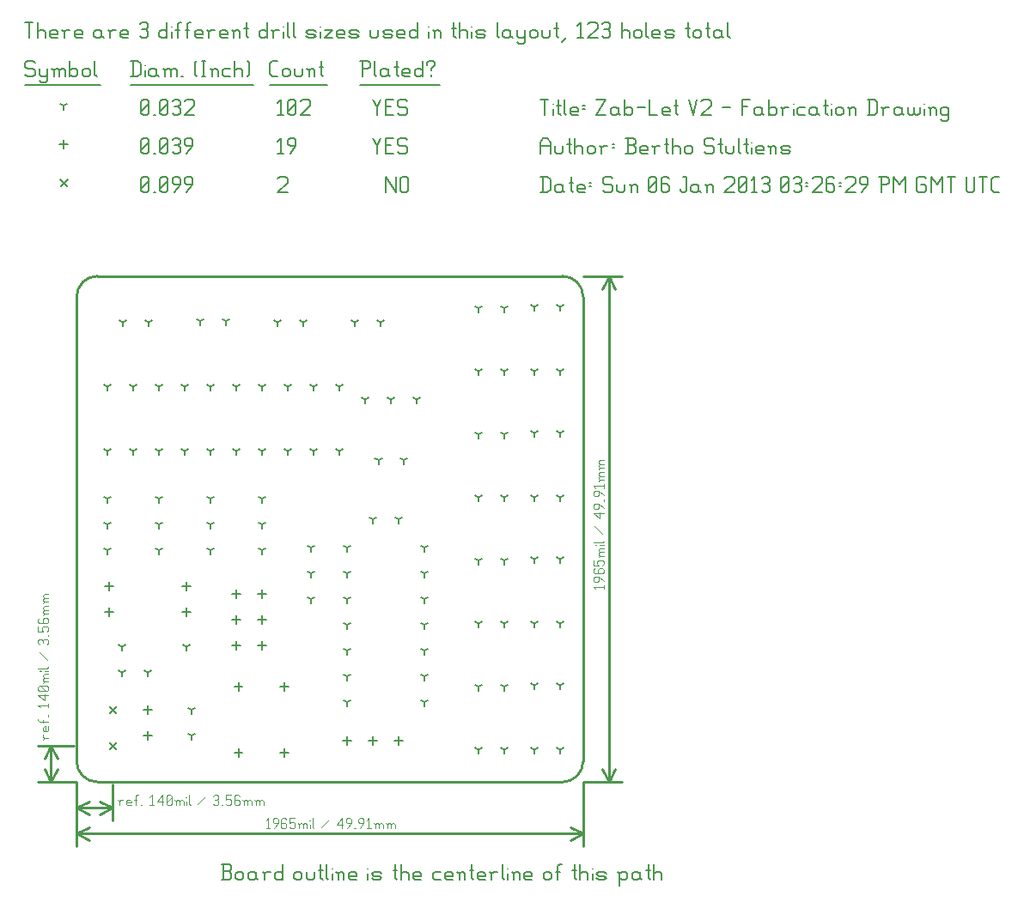
<source format=gbr>
G04 start of page 11 for group -3984 idx -3984 *
G04 Title: Zab-Let V2, fab *
G04 Creator: pcb 20110918 *
G04 CreationDate: Sun 06 Jan 2013 03:26:29 PM GMT UTC *
G04 For: bertho *
G04 Format: Gerber/RS-274X *
G04 PCB-Dimensions: 325000 235000 *
G04 PCB-Coordinate-Origin: lower left *
%MOIN*%
%FSLAX25Y25*%
%LNFAB*%
%ADD594C,0.0050*%
%ADD593C,0.0040*%
%ADD592C,0.0100*%
%ADD591C,0.0075*%
%ADD590C,0.0060*%
%ADD589C,0.0001*%
G54D589*G36*
X32800Y58266D02*X35766Y55300D01*
X35200Y54734D01*
X32234Y57700D01*
X32800Y58266D01*
G37*
G36*
X32234Y55300D02*X35200Y58266D01*
X35766Y57700D01*
X32800Y54734D01*
X32234Y55300D01*
G37*
G36*
X32800Y44266D02*X35766Y41300D01*
X35200Y40734D01*
X32234Y43700D01*
X32800Y44266D01*
G37*
G36*
X32234Y41300D02*X35200Y44266D01*
X35766Y43700D01*
X32800Y40734D01*
X32234Y41300D01*
G37*
G36*
X13800Y263016D02*X16766Y260050D01*
X16200Y259484D01*
X13234Y262450D01*
X13800Y263016D01*
G37*
G36*
X13234Y260050D02*X16200Y263016D01*
X16766Y262450D01*
X13800Y259484D01*
X13234Y260050D01*
G37*
G54D590*X140000Y263500D02*Y257500D01*
Y263500D02*X143750Y257500D01*
Y263500D02*Y257500D01*
X145550Y262750D02*Y258250D01*
Y262750D02*X146300Y263500D01*
X147800D01*
X148550Y262750D01*
Y258250D01*
X147800Y257500D02*X148550Y258250D01*
X146300Y257500D02*X147800D01*
X145550Y258250D02*X146300Y257500D01*
X98000Y262750D02*X98750Y263500D01*
X101000D01*
X101750Y262750D01*
Y261250D01*
X98000Y257500D02*X101750Y261250D01*
X98000Y257500D02*X101750D01*
X45000Y258250D02*X45750Y257500D01*
X45000Y262750D02*Y258250D01*
Y262750D02*X45750Y263500D01*
X47250D01*
X48000Y262750D01*
Y258250D01*
X47250Y257500D02*X48000Y258250D01*
X45750Y257500D02*X47250D01*
X45000Y259000D02*X48000Y262000D01*
X49800Y257500D02*X50550D01*
X52350Y258250D02*X53100Y257500D01*
X52350Y262750D02*Y258250D01*
Y262750D02*X53100Y263500D01*
X54600D01*
X55350Y262750D01*
Y258250D01*
X54600Y257500D02*X55350Y258250D01*
X53100Y257500D02*X54600D01*
X52350Y259000D02*X55350Y262000D01*
X57900Y257500D02*X60150Y260500D01*
Y262750D02*Y260500D01*
X59400Y263500D02*X60150Y262750D01*
X57900Y263500D02*X59400D01*
X57150Y262750D02*X57900Y263500D01*
X57150Y262750D02*Y261250D01*
X57900Y260500D01*
X60150D01*
X62700Y257500D02*X64950Y260500D01*
Y262750D02*Y260500D01*
X64200Y263500D02*X64950Y262750D01*
X62700Y263500D02*X64200D01*
X61950Y262750D02*X62700Y263500D01*
X61950Y262750D02*Y261250D01*
X62700Y260500D01*
X64950D01*
X32500Y96100D02*Y92900D01*
X30900Y94500D02*X34100D01*
X32500Y106100D02*Y102900D01*
X30900Y104500D02*X34100D01*
X62500Y96100D02*Y92900D01*
X60900Y94500D02*X64100D01*
X62500Y106100D02*Y102900D01*
X60900Y104500D02*X64100D01*
X92000Y83100D02*Y79900D01*
X90400Y81500D02*X93600D01*
X82000Y83100D02*Y79900D01*
X80400Y81500D02*X83600D01*
X92000Y93100D02*Y89900D01*
X90400Y91500D02*X93600D01*
X82000Y93100D02*Y89900D01*
X80400Y91500D02*X83600D01*
X92000Y103100D02*Y99900D01*
X90400Y101500D02*X93600D01*
X82000Y103100D02*Y99900D01*
X80400Y101500D02*X83600D01*
X47500Y58100D02*Y54900D01*
X45900Y56500D02*X49100D01*
X47500Y48100D02*Y44900D01*
X45900Y46500D02*X49100D01*
X100500Y67100D02*Y63900D01*
X98900Y65500D02*X102100D01*
X82800Y67100D02*Y63900D01*
X81200Y65500D02*X84400D01*
X100500Y41500D02*Y38300D01*
X98900Y39900D02*X102100D01*
X82800Y41500D02*Y38300D01*
X81200Y39900D02*X84400D01*
X145000Y46100D02*Y42900D01*
X143400Y44500D02*X146600D01*
X135000Y46100D02*Y42900D01*
X133400Y44500D02*X136600D01*
X125000Y46100D02*Y42900D01*
X123400Y44500D02*X126600D01*
X15000Y277850D02*Y274650D01*
X13400Y276250D02*X16600D01*
X135000Y278500D02*X136500Y275500D01*
X138000Y278500D01*
X136500Y275500D02*Y272500D01*
X139800Y275800D02*X142050D01*
X139800Y272500D02*X142800D01*
X139800Y278500D02*Y272500D01*
Y278500D02*X142800D01*
X147600D02*X148350Y277750D01*
X145350Y278500D02*X147600D01*
X144600Y277750D02*X145350Y278500D01*
X144600Y277750D02*Y276250D01*
X145350Y275500D01*
X147600D01*
X148350Y274750D01*
Y273250D01*
X147600Y272500D02*X148350Y273250D01*
X145350Y272500D02*X147600D01*
X144600Y273250D02*X145350Y272500D01*
X98000Y277300D02*X99200Y278500D01*
Y272500D01*
X98000D02*X100250D01*
X102800D02*X105050Y275500D01*
Y277750D02*Y275500D01*
X104300Y278500D02*X105050Y277750D01*
X102800Y278500D02*X104300D01*
X102050Y277750D02*X102800Y278500D01*
X102050Y277750D02*Y276250D01*
X102800Y275500D01*
X105050D01*
X45000Y273250D02*X45750Y272500D01*
X45000Y277750D02*Y273250D01*
Y277750D02*X45750Y278500D01*
X47250D01*
X48000Y277750D01*
Y273250D01*
X47250Y272500D02*X48000Y273250D01*
X45750Y272500D02*X47250D01*
X45000Y274000D02*X48000Y277000D01*
X49800Y272500D02*X50550D01*
X52350Y273250D02*X53100Y272500D01*
X52350Y277750D02*Y273250D01*
Y277750D02*X53100Y278500D01*
X54600D01*
X55350Y277750D01*
Y273250D01*
X54600Y272500D02*X55350Y273250D01*
X53100Y272500D02*X54600D01*
X52350Y274000D02*X55350Y277000D01*
X57150Y277750D02*X57900Y278500D01*
X59400D01*
X60150Y277750D01*
X59400Y272500D02*X60150Y273250D01*
X57900Y272500D02*X59400D01*
X57150Y273250D02*X57900Y272500D01*
Y275800D02*X59400D01*
X60150Y277750D02*Y276550D01*
Y275050D02*Y273250D01*
Y275050D02*X59400Y275800D01*
X60150Y276550D02*X59400Y275800D01*
X62700Y272500D02*X64950Y275500D01*
Y277750D02*Y275500D01*
X64200Y278500D02*X64950Y277750D01*
X62700Y278500D02*X64200D01*
X61950Y277750D02*X62700Y278500D01*
X61950Y277750D02*Y276250D01*
X62700Y275500D01*
X64950D01*
X128000Y207000D02*Y205400D01*
Y207000D02*X129387Y207800D01*
X128000Y207000D02*X126613Y207800D01*
X138000Y207000D02*Y205400D01*
Y207000D02*X139387Y207800D01*
X138000Y207000D02*X136613Y207800D01*
X98000Y207000D02*Y205400D01*
Y207000D02*X99387Y207800D01*
X98000Y207000D02*X96613Y207800D01*
X108000Y207000D02*Y205400D01*
Y207000D02*X109387Y207800D01*
X108000Y207000D02*X106613Y207800D01*
X68000Y207500D02*Y205900D01*
Y207500D02*X69387Y208300D01*
X68000Y207500D02*X66613Y208300D01*
X78000Y207500D02*Y205900D01*
Y207500D02*X79387Y208300D01*
X78000Y207500D02*X76613Y208300D01*
X38000Y207000D02*Y205400D01*
Y207000D02*X39387Y207800D01*
X38000Y207000D02*X36613Y207800D01*
X48000Y207000D02*Y205400D01*
Y207000D02*X49387Y207800D01*
X48000Y207000D02*X46613Y207800D01*
X37500Y81000D02*Y79400D01*
Y81000D02*X38887Y81800D01*
X37500Y81000D02*X36113Y81800D01*
X62500Y81000D02*Y79400D01*
Y81000D02*X63887Y81800D01*
X62500Y81000D02*X61113Y81800D01*
X37500Y71000D02*Y69400D01*
Y71000D02*X38887Y71800D01*
X37500Y71000D02*X36113Y71800D01*
X47500Y71000D02*Y69400D01*
Y71000D02*X48887Y71800D01*
X47500Y71000D02*X46113Y71800D01*
X64500Y56421D02*Y54821D01*
Y56421D02*X65887Y57221D01*
X64500Y56421D02*X63113Y57221D01*
X64500Y46579D02*Y44979D01*
Y46579D02*X65887Y47379D01*
X64500Y46579D02*X63113Y47379D01*
X92000Y118500D02*Y116900D01*
Y118500D02*X93387Y119300D01*
X92000Y118500D02*X90613Y119300D01*
X92000Y128500D02*Y126900D01*
Y128500D02*X93387Y129300D01*
X92000Y128500D02*X90613Y129300D01*
X92000Y138500D02*Y136900D01*
Y138500D02*X93387Y139300D01*
X92000Y138500D02*X90613Y139300D01*
X72000Y118500D02*Y116900D01*
Y118500D02*X73387Y119300D01*
X72000Y118500D02*X70613Y119300D01*
X72000Y128500D02*Y126900D01*
Y128500D02*X73387Y129300D01*
X72000Y128500D02*X70613Y129300D01*
X72000Y138500D02*Y136900D01*
Y138500D02*X73387Y139300D01*
X72000Y138500D02*X70613Y139300D01*
X52000Y118500D02*Y116900D01*
Y118500D02*X53387Y119300D01*
X52000Y118500D02*X50613Y119300D01*
X52000Y128500D02*Y126900D01*
Y128500D02*X53387Y129300D01*
X52000Y128500D02*X50613Y129300D01*
X52000Y138500D02*Y136900D01*
Y138500D02*X53387Y139300D01*
X52000Y138500D02*X50613Y139300D01*
X152000Y177000D02*Y175400D01*
Y177000D02*X153387Y177800D01*
X152000Y177000D02*X150613Y177800D01*
X142000Y177000D02*Y175400D01*
Y177000D02*X143387Y177800D01*
X142000Y177000D02*X140613Y177800D01*
X132000Y177000D02*Y175400D01*
Y177000D02*X133387Y177800D01*
X132000Y177000D02*X130613Y177800D01*
X32000Y118500D02*Y116900D01*
Y118500D02*X33387Y119300D01*
X32000Y118500D02*X30613Y119300D01*
X32000Y128500D02*Y126900D01*
Y128500D02*X33387Y129300D01*
X32000Y128500D02*X30613Y129300D01*
X32000Y138500D02*Y136900D01*
Y138500D02*X33387Y139300D01*
X32000Y138500D02*X30613Y139300D01*
X112000Y182000D02*Y180400D01*
Y182000D02*X113387Y182800D01*
X112000Y182000D02*X110613Y182800D01*
X112000Y157000D02*Y155400D01*
Y157000D02*X113387Y157800D01*
X112000Y157000D02*X110613Y157800D01*
X122000Y182000D02*Y180400D01*
Y182000D02*X123387Y182800D01*
X122000Y182000D02*X120613Y182800D01*
X122000Y157000D02*Y155400D01*
Y157000D02*X123387Y157800D01*
X122000Y157000D02*X120613Y157800D01*
X102000Y157000D02*Y155400D01*
Y157000D02*X103387Y157800D01*
X102000Y157000D02*X100613Y157800D01*
X102000Y182000D02*Y180400D01*
Y182000D02*X103387Y182800D01*
X102000Y182000D02*X100613Y182800D01*
X82000Y157000D02*Y155400D01*
Y157000D02*X83387Y157800D01*
X82000Y157000D02*X80613Y157800D01*
X82000Y182000D02*Y180400D01*
Y182000D02*X83387Y182800D01*
X82000Y182000D02*X80613Y182800D01*
X92000Y157000D02*Y155400D01*
Y157000D02*X93387Y157800D01*
X92000Y157000D02*X90613Y157800D01*
X92000Y182000D02*Y180400D01*
Y182000D02*X93387Y182800D01*
X92000Y182000D02*X90613Y182800D01*
X72000Y157000D02*Y155400D01*
Y157000D02*X73387Y157800D01*
X72000Y157000D02*X70613Y157800D01*
X72000Y182000D02*Y180400D01*
Y182000D02*X73387Y182800D01*
X72000Y182000D02*X70613Y182800D01*
X62000Y157000D02*Y155400D01*
Y157000D02*X63387Y157800D01*
X62000Y157000D02*X60613Y157800D01*
X62000Y182000D02*Y180400D01*
Y182000D02*X63387Y182800D01*
X62000Y182000D02*X60613Y182800D01*
X42000Y157000D02*Y155400D01*
Y157000D02*X43387Y157800D01*
X42000Y157000D02*X40613Y157800D01*
X42000Y182000D02*Y180400D01*
Y182000D02*X43387Y182800D01*
X42000Y182000D02*X40613Y182800D01*
X52000Y157000D02*Y155400D01*
Y157000D02*X53387Y157800D01*
X52000Y157000D02*X50613Y157800D01*
X52000Y182000D02*Y180400D01*
Y182000D02*X53387Y182800D01*
X52000Y182000D02*X50613Y182800D01*
X32000Y157000D02*Y155400D01*
Y157000D02*X33387Y157800D01*
X32000Y157000D02*X30613Y157800D01*
X32000Y182000D02*Y180400D01*
Y182000D02*X33387Y182800D01*
X32000Y182000D02*X30613Y182800D01*
X111000Y99500D02*Y97900D01*
Y99500D02*X112387Y100300D01*
X111000Y99500D02*X109613Y100300D01*
X111000Y109500D02*Y107900D01*
Y109500D02*X112387Y110300D01*
X111000Y109500D02*X109613Y110300D01*
X111000Y119500D02*Y117900D01*
Y119500D02*X112387Y120300D01*
X111000Y119500D02*X109613Y120300D01*
X135000Y130500D02*Y128900D01*
Y130500D02*X136387Y131300D01*
X135000Y130500D02*X133613Y131300D01*
X145000Y130500D02*Y128900D01*
Y130500D02*X146387Y131300D01*
X145000Y130500D02*X143613Y131300D01*
X125000Y119500D02*Y117900D01*
Y119500D02*X126387Y120300D01*
X125000Y119500D02*X123613Y120300D01*
X125000Y109500D02*Y107900D01*
Y109500D02*X126387Y110300D01*
X125000Y109500D02*X123613Y110300D01*
X125000Y99500D02*Y97900D01*
Y99500D02*X126387Y100300D01*
X125000Y99500D02*X123613Y100300D01*
X125000Y89500D02*Y87900D01*
Y89500D02*X126387Y90300D01*
X125000Y89500D02*X123613Y90300D01*
X125000Y79500D02*Y77900D01*
Y79500D02*X126387Y80300D01*
X125000Y79500D02*X123613Y80300D01*
X125000Y69500D02*Y67900D01*
Y69500D02*X126387Y70300D01*
X125000Y69500D02*X123613Y70300D01*
X125000Y59500D02*Y57900D01*
Y59500D02*X126387Y60300D01*
X125000Y59500D02*X123613Y60300D01*
X155000Y59500D02*Y57900D01*
Y59500D02*X156387Y60300D01*
X155000Y59500D02*X153613Y60300D01*
X155000Y69500D02*Y67900D01*
Y69500D02*X156387Y70300D01*
X155000Y69500D02*X153613Y70300D01*
X155000Y79500D02*Y77900D01*
Y79500D02*X156387Y80300D01*
X155000Y79500D02*X153613Y80300D01*
X155000Y89500D02*Y87900D01*
Y89500D02*X156387Y90300D01*
X155000Y89500D02*X153613Y90300D01*
X155000Y99500D02*Y97900D01*
Y99500D02*X156387Y100300D01*
X155000Y99500D02*X153613Y100300D01*
X155000Y109500D02*Y107900D01*
Y109500D02*X156387Y110300D01*
X155000Y109500D02*X153613Y110300D01*
X155000Y119500D02*Y117900D01*
Y119500D02*X156387Y120300D01*
X155000Y119500D02*X153613Y120300D01*
X146921Y153500D02*Y151900D01*
Y153500D02*X148308Y154300D01*
X146921Y153500D02*X145534Y154300D01*
X137079Y153500D02*Y151900D01*
Y153500D02*X138466Y154300D01*
X137079Y153500D02*X135692Y154300D01*
X176000Y41000D02*Y39400D01*
Y41000D02*X177387Y41800D01*
X176000Y41000D02*X174613Y41800D01*
X186000Y41000D02*Y39400D01*
Y41000D02*X187387Y41800D01*
X186000Y41000D02*X184613Y41800D01*
X176000Y65500D02*Y63900D01*
Y65500D02*X177387Y66300D01*
X176000Y65500D02*X174613Y66300D01*
X186000Y65500D02*Y63900D01*
Y65500D02*X187387Y66300D01*
X186000Y65500D02*X184613Y66300D01*
X176000Y90000D02*Y88400D01*
Y90000D02*X177387Y90800D01*
X176000Y90000D02*X174613Y90800D01*
X186000Y90000D02*Y88400D01*
Y90000D02*X187387Y90800D01*
X186000Y90000D02*X184613Y90800D01*
X176000Y114500D02*Y112900D01*
Y114500D02*X177387Y115300D01*
X176000Y114500D02*X174613Y115300D01*
X186000Y114500D02*Y112900D01*
Y114500D02*X187387Y115300D01*
X186000Y114500D02*X184613Y115300D01*
X176000Y139000D02*Y137400D01*
Y139000D02*X177387Y139800D01*
X176000Y139000D02*X174613Y139800D01*
X186000Y139000D02*Y137400D01*
Y139000D02*X187387Y139800D01*
X186000Y139000D02*X184613Y139800D01*
X176000Y163500D02*Y161900D01*
Y163500D02*X177387Y164300D01*
X176000Y163500D02*X174613Y164300D01*
X186000Y163500D02*Y161900D01*
Y163500D02*X187387Y164300D01*
X186000Y163500D02*X184613Y164300D01*
X176000Y188000D02*Y186400D01*
Y188000D02*X177387Y188800D01*
X176000Y188000D02*X174613Y188800D01*
X186000Y188000D02*Y186400D01*
Y188000D02*X187387Y188800D01*
X186000Y188000D02*X184613Y188800D01*
X176000Y212500D02*Y210900D01*
Y212500D02*X177387Y213300D01*
X176000Y212500D02*X174613Y213300D01*
X186000Y212500D02*Y210900D01*
Y212500D02*X187387Y213300D01*
X186000Y212500D02*X184613Y213300D01*
X197500Y41000D02*Y39400D01*
Y41000D02*X198887Y41800D01*
X197500Y41000D02*X196113Y41800D01*
X197500Y66000D02*Y64400D01*
Y66000D02*X198887Y66800D01*
X197500Y66000D02*X196113Y66800D01*
X207500Y41000D02*Y39400D01*
Y41000D02*X208887Y41800D01*
X207500Y41000D02*X206113Y41800D01*
X207500Y66000D02*Y64400D01*
Y66000D02*X208887Y66800D01*
X207500Y66000D02*X206113Y66800D01*
X197500Y90000D02*Y88400D01*
Y90000D02*X198887Y90800D01*
X197500Y90000D02*X196113Y90800D01*
X197500Y115000D02*Y113400D01*
Y115000D02*X198887Y115800D01*
X197500Y115000D02*X196113Y115800D01*
X207500Y90000D02*Y88400D01*
Y90000D02*X208887Y90800D01*
X207500Y90000D02*X206113Y90800D01*
X207500Y115000D02*Y113400D01*
Y115000D02*X208887Y115800D01*
X207500Y115000D02*X206113Y115800D01*
X197500Y188000D02*Y186400D01*
Y188000D02*X198887Y188800D01*
X197500Y188000D02*X196113Y188800D01*
X197500Y213000D02*Y211400D01*
Y213000D02*X198887Y213800D01*
X197500Y213000D02*X196113Y213800D01*
X207500Y188000D02*Y186400D01*
Y188000D02*X208887Y188800D01*
X207500Y188000D02*X206113Y188800D01*
X207500Y213000D02*Y211400D01*
Y213000D02*X208887Y213800D01*
X207500Y213000D02*X206113Y213800D01*
X197500Y139000D02*Y137400D01*
Y139000D02*X198887Y139800D01*
X197500Y139000D02*X196113Y139800D01*
X197500Y164000D02*Y162400D01*
Y164000D02*X198887Y164800D01*
X197500Y164000D02*X196113Y164800D01*
X207500Y139000D02*Y137400D01*
Y139000D02*X208887Y139800D01*
X207500Y139000D02*X206113Y139800D01*
X207500Y164000D02*Y162400D01*
Y164000D02*X208887Y164800D01*
X207500Y164000D02*X206113Y164800D01*
X15000Y291250D02*Y289650D01*
Y291250D02*X16387Y292050D01*
X15000Y291250D02*X13613Y292050D01*
X135000Y293500D02*X136500Y290500D01*
X138000Y293500D01*
X136500Y290500D02*Y287500D01*
X139800Y290800D02*X142050D01*
X139800Y287500D02*X142800D01*
X139800Y293500D02*Y287500D01*
Y293500D02*X142800D01*
X147600D02*X148350Y292750D01*
X145350Y293500D02*X147600D01*
X144600Y292750D02*X145350Y293500D01*
X144600Y292750D02*Y291250D01*
X145350Y290500D01*
X147600D01*
X148350Y289750D01*
Y288250D01*
X147600Y287500D02*X148350Y288250D01*
X145350Y287500D02*X147600D01*
X144600Y288250D02*X145350Y287500D01*
X98000Y292300D02*X99200Y293500D01*
Y287500D01*
X98000D02*X100250D01*
X102050Y288250D02*X102800Y287500D01*
X102050Y292750D02*Y288250D01*
Y292750D02*X102800Y293500D01*
X104300D01*
X105050Y292750D01*
Y288250D01*
X104300Y287500D02*X105050Y288250D01*
X102800Y287500D02*X104300D01*
X102050Y289000D02*X105050Y292000D01*
X106850Y292750D02*X107600Y293500D01*
X109850D01*
X110600Y292750D01*
Y291250D01*
X106850Y287500D02*X110600Y291250D01*
X106850Y287500D02*X110600D01*
X45000Y288250D02*X45750Y287500D01*
X45000Y292750D02*Y288250D01*
Y292750D02*X45750Y293500D01*
X47250D01*
X48000Y292750D01*
Y288250D01*
X47250Y287500D02*X48000Y288250D01*
X45750Y287500D02*X47250D01*
X45000Y289000D02*X48000Y292000D01*
X49800Y287500D02*X50550D01*
X52350Y288250D02*X53100Y287500D01*
X52350Y292750D02*Y288250D01*
Y292750D02*X53100Y293500D01*
X54600D01*
X55350Y292750D01*
Y288250D01*
X54600Y287500D02*X55350Y288250D01*
X53100Y287500D02*X54600D01*
X52350Y289000D02*X55350Y292000D01*
X57150Y292750D02*X57900Y293500D01*
X59400D01*
X60150Y292750D01*
X59400Y287500D02*X60150Y288250D01*
X57900Y287500D02*X59400D01*
X57150Y288250D02*X57900Y287500D01*
Y290800D02*X59400D01*
X60150Y292750D02*Y291550D01*
Y290050D02*Y288250D01*
Y290050D02*X59400Y290800D01*
X60150Y291550D02*X59400Y290800D01*
X61950Y292750D02*X62700Y293500D01*
X64950D01*
X65700Y292750D01*
Y291250D01*
X61950Y287500D02*X65700Y291250D01*
X61950Y287500D02*X65700D01*
X3000Y308500D02*X3750Y307750D01*
X750Y308500D02*X3000D01*
X0Y307750D02*X750Y308500D01*
X0Y307750D02*Y306250D01*
X750Y305500D01*
X3000D01*
X3750Y304750D01*
Y303250D01*
X3000Y302500D02*X3750Y303250D01*
X750Y302500D02*X3000D01*
X0Y303250D02*X750Y302500D01*
X5550Y305500D02*Y303250D01*
X6300Y302500D01*
X8550Y305500D02*Y301000D01*
X7800Y300250D02*X8550Y301000D01*
X6300Y300250D02*X7800D01*
X5550Y301000D02*X6300Y300250D01*
Y302500D02*X7800D01*
X8550Y303250D01*
X11100Y304750D02*Y302500D01*
Y304750D02*X11850Y305500D01*
X12600D01*
X13350Y304750D01*
Y302500D01*
Y304750D02*X14100Y305500D01*
X14850D01*
X15600Y304750D01*
Y302500D01*
X10350Y305500D02*X11100Y304750D01*
X17400Y308500D02*Y302500D01*
Y303250D02*X18150Y302500D01*
X19650D01*
X20400Y303250D01*
Y304750D02*Y303250D01*
X19650Y305500D02*X20400Y304750D01*
X18150Y305500D02*X19650D01*
X17400Y304750D02*X18150Y305500D01*
X22200Y304750D02*Y303250D01*
Y304750D02*X22950Y305500D01*
X24450D01*
X25200Y304750D01*
Y303250D01*
X24450Y302500D02*X25200Y303250D01*
X22950Y302500D02*X24450D01*
X22200Y303250D02*X22950Y302500D01*
X27000Y308500D02*Y303250D01*
X27750Y302500D01*
X0Y299250D02*X29250D01*
X41750Y308500D02*Y302500D01*
X43700Y308500D02*X44750Y307450D01*
Y303550D01*
X43700Y302500D02*X44750Y303550D01*
X41000Y302500D02*X43700D01*
X41000Y308500D02*X43700D01*
G54D591*X46550Y307000D02*Y306850D01*
G54D590*Y304750D02*Y302500D01*
X50300Y305500D02*X51050Y304750D01*
X48800Y305500D02*X50300D01*
X48050Y304750D02*X48800Y305500D01*
X48050Y304750D02*Y303250D01*
X48800Y302500D01*
X51050Y305500D02*Y303250D01*
X51800Y302500D01*
X48800D02*X50300D01*
X51050Y303250D01*
X54350Y304750D02*Y302500D01*
Y304750D02*X55100Y305500D01*
X55850D01*
X56600Y304750D01*
Y302500D01*
Y304750D02*X57350Y305500D01*
X58100D01*
X58850Y304750D01*
Y302500D01*
X53600Y305500D02*X54350Y304750D01*
X60650Y302500D02*X61400D01*
X65900Y303250D02*X66650Y302500D01*
X65900Y307750D02*X66650Y308500D01*
X65900Y307750D02*Y303250D01*
X68450Y308500D02*X69950D01*
X69200D02*Y302500D01*
X68450D02*X69950D01*
X72500Y304750D02*Y302500D01*
Y304750D02*X73250Y305500D01*
X74000D01*
X74750Y304750D01*
Y302500D01*
X71750Y305500D02*X72500Y304750D01*
X77300Y305500D02*X79550D01*
X76550Y304750D02*X77300Y305500D01*
X76550Y304750D02*Y303250D01*
X77300Y302500D01*
X79550D01*
X81350Y308500D02*Y302500D01*
Y304750D02*X82100Y305500D01*
X83600D01*
X84350Y304750D01*
Y302500D01*
X86150Y308500D02*X86900Y307750D01*
Y303250D01*
X86150Y302500D02*X86900Y303250D01*
X41000Y299250D02*X88700D01*
X96050Y302500D02*X98000D01*
X95000Y303550D02*X96050Y302500D01*
X95000Y307450D02*Y303550D01*
Y307450D02*X96050Y308500D01*
X98000D01*
X99800Y304750D02*Y303250D01*
Y304750D02*X100550Y305500D01*
X102050D01*
X102800Y304750D01*
Y303250D01*
X102050Y302500D02*X102800Y303250D01*
X100550Y302500D02*X102050D01*
X99800Y303250D02*X100550Y302500D01*
X104600Y305500D02*Y303250D01*
X105350Y302500D01*
X106850D01*
X107600Y303250D01*
Y305500D02*Y303250D01*
X110150Y304750D02*Y302500D01*
Y304750D02*X110900Y305500D01*
X111650D01*
X112400Y304750D01*
Y302500D01*
X109400Y305500D02*X110150Y304750D01*
X114950Y308500D02*Y303250D01*
X115700Y302500D01*
X114200Y306250D02*X115700D01*
X95000Y299250D02*X117200D01*
X130750Y308500D02*Y302500D01*
X130000Y308500D02*X133000D01*
X133750Y307750D01*
Y306250D01*
X133000Y305500D02*X133750Y306250D01*
X130750Y305500D02*X133000D01*
X135550Y308500D02*Y303250D01*
X136300Y302500D01*
X140050Y305500D02*X140800Y304750D01*
X138550Y305500D02*X140050D01*
X137800Y304750D02*X138550Y305500D01*
X137800Y304750D02*Y303250D01*
X138550Y302500D01*
X140800Y305500D02*Y303250D01*
X141550Y302500D01*
X138550D02*X140050D01*
X140800Y303250D01*
X144100Y308500D02*Y303250D01*
X144850Y302500D01*
X143350Y306250D02*X144850D01*
X147100Y302500D02*X149350D01*
X146350Y303250D02*X147100Y302500D01*
X146350Y304750D02*Y303250D01*
Y304750D02*X147100Y305500D01*
X148600D01*
X149350Y304750D01*
X146350Y304000D02*X149350D01*
Y304750D02*Y304000D01*
X154150Y308500D02*Y302500D01*
X153400D02*X154150Y303250D01*
X151900Y302500D02*X153400D01*
X151150Y303250D02*X151900Y302500D01*
X151150Y304750D02*Y303250D01*
Y304750D02*X151900Y305500D01*
X153400D01*
X154150Y304750D01*
X157450Y305500D02*Y304750D01*
Y303250D02*Y302500D01*
X155950Y307750D02*Y307000D01*
Y307750D02*X156700Y308500D01*
X158200D01*
X158950Y307750D01*
Y307000D01*
X157450Y305500D02*X158950Y307000D01*
X130000Y299250D02*X160750D01*
X0Y323500D02*X3000D01*
X1500D02*Y317500D01*
X4800Y323500D02*Y317500D01*
Y319750D02*X5550Y320500D01*
X7050D01*
X7800Y319750D01*
Y317500D01*
X10350D02*X12600D01*
X9600Y318250D02*X10350Y317500D01*
X9600Y319750D02*Y318250D01*
Y319750D02*X10350Y320500D01*
X11850D01*
X12600Y319750D01*
X9600Y319000D02*X12600D01*
Y319750D02*Y319000D01*
X15150Y319750D02*Y317500D01*
Y319750D02*X15900Y320500D01*
X17400D01*
X14400D02*X15150Y319750D01*
X19950Y317500D02*X22200D01*
X19200Y318250D02*X19950Y317500D01*
X19200Y319750D02*Y318250D01*
Y319750D02*X19950Y320500D01*
X21450D01*
X22200Y319750D01*
X19200Y319000D02*X22200D01*
Y319750D02*Y319000D01*
X28950Y320500D02*X29700Y319750D01*
X27450Y320500D02*X28950D01*
X26700Y319750D02*X27450Y320500D01*
X26700Y319750D02*Y318250D01*
X27450Y317500D01*
X29700Y320500D02*Y318250D01*
X30450Y317500D01*
X27450D02*X28950D01*
X29700Y318250D01*
X33000Y319750D02*Y317500D01*
Y319750D02*X33750Y320500D01*
X35250D01*
X32250D02*X33000Y319750D01*
X37800Y317500D02*X40050D01*
X37050Y318250D02*X37800Y317500D01*
X37050Y319750D02*Y318250D01*
Y319750D02*X37800Y320500D01*
X39300D01*
X40050Y319750D01*
X37050Y319000D02*X40050D01*
Y319750D02*Y319000D01*
X44550Y322750D02*X45300Y323500D01*
X46800D01*
X47550Y322750D01*
X46800Y317500D02*X47550Y318250D01*
X45300Y317500D02*X46800D01*
X44550Y318250D02*X45300Y317500D01*
Y320800D02*X46800D01*
X47550Y322750D02*Y321550D01*
Y320050D02*Y318250D01*
Y320050D02*X46800Y320800D01*
X47550Y321550D02*X46800Y320800D01*
X55050Y323500D02*Y317500D01*
X54300D02*X55050Y318250D01*
X52800Y317500D02*X54300D01*
X52050Y318250D02*X52800Y317500D01*
X52050Y319750D02*Y318250D01*
Y319750D02*X52800Y320500D01*
X54300D01*
X55050Y319750D01*
G54D591*X56850Y322000D02*Y321850D01*
G54D590*Y319750D02*Y317500D01*
X59100Y322750D02*Y317500D01*
Y322750D02*X59850Y323500D01*
X60600D01*
X58350Y320500D02*X59850D01*
X62850Y322750D02*Y317500D01*
Y322750D02*X63600Y323500D01*
X64350D01*
X62100Y320500D02*X63600D01*
X66600Y317500D02*X68850D01*
X65850Y318250D02*X66600Y317500D01*
X65850Y319750D02*Y318250D01*
Y319750D02*X66600Y320500D01*
X68100D01*
X68850Y319750D01*
X65850Y319000D02*X68850D01*
Y319750D02*Y319000D01*
X71400Y319750D02*Y317500D01*
Y319750D02*X72150Y320500D01*
X73650D01*
X70650D02*X71400Y319750D01*
X76200Y317500D02*X78450D01*
X75450Y318250D02*X76200Y317500D01*
X75450Y319750D02*Y318250D01*
Y319750D02*X76200Y320500D01*
X77700D01*
X78450Y319750D01*
X75450Y319000D02*X78450D01*
Y319750D02*Y319000D01*
X81000Y319750D02*Y317500D01*
Y319750D02*X81750Y320500D01*
X82500D01*
X83250Y319750D01*
Y317500D01*
X80250Y320500D02*X81000Y319750D01*
X85800Y323500D02*Y318250D01*
X86550Y317500D01*
X85050Y321250D02*X86550D01*
X93750Y323500D02*Y317500D01*
X93000D02*X93750Y318250D01*
X91500Y317500D02*X93000D01*
X90750Y318250D02*X91500Y317500D01*
X90750Y319750D02*Y318250D01*
Y319750D02*X91500Y320500D01*
X93000D01*
X93750Y319750D01*
X96300D02*Y317500D01*
Y319750D02*X97050Y320500D01*
X98550D01*
X95550D02*X96300Y319750D01*
G54D591*X100350Y322000D02*Y321850D01*
G54D590*Y319750D02*Y317500D01*
X101850Y323500D02*Y318250D01*
X102600Y317500D01*
X104100Y323500D02*Y318250D01*
X104850Y317500D01*
X109800D02*X112050D01*
X112800Y318250D01*
X112050Y319000D02*X112800Y318250D01*
X109800Y319000D02*X112050D01*
X109050Y319750D02*X109800Y319000D01*
X109050Y319750D02*X109800Y320500D01*
X112050D01*
X112800Y319750D01*
X109050Y318250D02*X109800Y317500D01*
G54D591*X114600Y322000D02*Y321850D01*
G54D590*Y319750D02*Y317500D01*
X116100Y320500D02*X119100D01*
X116100Y317500D02*X119100Y320500D01*
X116100Y317500D02*X119100D01*
X121650D02*X123900D01*
X120900Y318250D02*X121650Y317500D01*
X120900Y319750D02*Y318250D01*
Y319750D02*X121650Y320500D01*
X123150D01*
X123900Y319750D01*
X120900Y319000D02*X123900D01*
Y319750D02*Y319000D01*
X126450Y317500D02*X128700D01*
X129450Y318250D01*
X128700Y319000D02*X129450Y318250D01*
X126450Y319000D02*X128700D01*
X125700Y319750D02*X126450Y319000D01*
X125700Y319750D02*X126450Y320500D01*
X128700D01*
X129450Y319750D01*
X125700Y318250D02*X126450Y317500D01*
X133950Y320500D02*Y318250D01*
X134700Y317500D01*
X136200D01*
X136950Y318250D01*
Y320500D02*Y318250D01*
X139500Y317500D02*X141750D01*
X142500Y318250D01*
X141750Y319000D02*X142500Y318250D01*
X139500Y319000D02*X141750D01*
X138750Y319750D02*X139500Y319000D01*
X138750Y319750D02*X139500Y320500D01*
X141750D01*
X142500Y319750D01*
X138750Y318250D02*X139500Y317500D01*
X145050D02*X147300D01*
X144300Y318250D02*X145050Y317500D01*
X144300Y319750D02*Y318250D01*
Y319750D02*X145050Y320500D01*
X146550D01*
X147300Y319750D01*
X144300Y319000D02*X147300D01*
Y319750D02*Y319000D01*
X152100Y323500D02*Y317500D01*
X151350D02*X152100Y318250D01*
X149850Y317500D02*X151350D01*
X149100Y318250D02*X149850Y317500D01*
X149100Y319750D02*Y318250D01*
Y319750D02*X149850Y320500D01*
X151350D01*
X152100Y319750D01*
G54D591*X156600Y322000D02*Y321850D01*
G54D590*Y319750D02*Y317500D01*
X158850Y319750D02*Y317500D01*
Y319750D02*X159600Y320500D01*
X160350D01*
X161100Y319750D01*
Y317500D01*
X158100Y320500D02*X158850Y319750D01*
X166350Y323500D02*Y318250D01*
X167100Y317500D01*
X165600Y321250D02*X167100D01*
X168600Y323500D02*Y317500D01*
Y319750D02*X169350Y320500D01*
X170850D01*
X171600Y319750D01*
Y317500D01*
G54D591*X173400Y322000D02*Y321850D01*
G54D590*Y319750D02*Y317500D01*
X175650D02*X177900D01*
X178650Y318250D01*
X177900Y319000D02*X178650Y318250D01*
X175650Y319000D02*X177900D01*
X174900Y319750D02*X175650Y319000D01*
X174900Y319750D02*X175650Y320500D01*
X177900D01*
X178650Y319750D01*
X174900Y318250D02*X175650Y317500D01*
X183150Y323500D02*Y318250D01*
X183900Y317500D01*
X187650Y320500D02*X188400Y319750D01*
X186150Y320500D02*X187650D01*
X185400Y319750D02*X186150Y320500D01*
X185400Y319750D02*Y318250D01*
X186150Y317500D01*
X188400Y320500D02*Y318250D01*
X189150Y317500D01*
X186150D02*X187650D01*
X188400Y318250D01*
X190950Y320500D02*Y318250D01*
X191700Y317500D01*
X193950Y320500D02*Y316000D01*
X193200Y315250D02*X193950Y316000D01*
X191700Y315250D02*X193200D01*
X190950Y316000D02*X191700Y315250D01*
Y317500D02*X193200D01*
X193950Y318250D01*
X195750Y319750D02*Y318250D01*
Y319750D02*X196500Y320500D01*
X198000D01*
X198750Y319750D01*
Y318250D01*
X198000Y317500D02*X198750Y318250D01*
X196500Y317500D02*X198000D01*
X195750Y318250D02*X196500Y317500D01*
X200550Y320500D02*Y318250D01*
X201300Y317500D01*
X202800D01*
X203550Y318250D01*
Y320500D02*Y318250D01*
X206100Y323500D02*Y318250D01*
X206850Y317500D01*
X205350Y321250D02*X206850D01*
X208350Y316000D02*X209850Y317500D01*
X214350Y322300D02*X215550Y323500D01*
Y317500D01*
X214350D02*X216600D01*
X218400Y322750D02*X219150Y323500D01*
X221400D01*
X222150Y322750D01*
Y321250D01*
X218400Y317500D02*X222150Y321250D01*
X218400Y317500D02*X222150D01*
X223950Y322750D02*X224700Y323500D01*
X226200D01*
X226950Y322750D01*
X226200Y317500D02*X226950Y318250D01*
X224700Y317500D02*X226200D01*
X223950Y318250D02*X224700Y317500D01*
Y320800D02*X226200D01*
X226950Y322750D02*Y321550D01*
Y320050D02*Y318250D01*
Y320050D02*X226200Y320800D01*
X226950Y321550D02*X226200Y320800D01*
X231450Y323500D02*Y317500D01*
Y319750D02*X232200Y320500D01*
X233700D01*
X234450Y319750D01*
Y317500D01*
X236250Y319750D02*Y318250D01*
Y319750D02*X237000Y320500D01*
X238500D01*
X239250Y319750D01*
Y318250D01*
X238500Y317500D02*X239250Y318250D01*
X237000Y317500D02*X238500D01*
X236250Y318250D02*X237000Y317500D01*
X241050Y323500D02*Y318250D01*
X241800Y317500D01*
X244050D02*X246300D01*
X243300Y318250D02*X244050Y317500D01*
X243300Y319750D02*Y318250D01*
Y319750D02*X244050Y320500D01*
X245550D01*
X246300Y319750D01*
X243300Y319000D02*X246300D01*
Y319750D02*Y319000D01*
X248850Y317500D02*X251100D01*
X251850Y318250D01*
X251100Y319000D02*X251850Y318250D01*
X248850Y319000D02*X251100D01*
X248100Y319750D02*X248850Y319000D01*
X248100Y319750D02*X248850Y320500D01*
X251100D01*
X251850Y319750D01*
X248100Y318250D02*X248850Y317500D01*
X257100Y323500D02*Y318250D01*
X257850Y317500D01*
X256350Y321250D02*X257850D01*
X259350Y319750D02*Y318250D01*
Y319750D02*X260100Y320500D01*
X261600D01*
X262350Y319750D01*
Y318250D01*
X261600Y317500D02*X262350Y318250D01*
X260100Y317500D02*X261600D01*
X259350Y318250D02*X260100Y317500D01*
X264900Y323500D02*Y318250D01*
X265650Y317500D01*
X264150Y321250D02*X265650D01*
X269400Y320500D02*X270150Y319750D01*
X267900Y320500D02*X269400D01*
X267150Y319750D02*X267900Y320500D01*
X267150Y319750D02*Y318250D01*
X267900Y317500D01*
X270150Y320500D02*Y318250D01*
X270900Y317500D01*
X267900D02*X269400D01*
X270150Y318250D01*
X272700Y323500D02*Y318250D01*
X273450Y317500D01*
G54D592*X28000Y225000D02*X208500D01*
X216500Y217000D02*Y36500D01*
X208500Y28500D02*X28000D01*
X20000Y36500D02*Y217000D01*
Y28500D02*Y3500D01*
X216500Y28500D02*Y3500D01*
Y28500D02*X231500D01*
X226500D02*Y225000D01*
X216500D02*X231500D01*
X226500D02*X224000Y220000D01*
X226500Y225000D02*X229000Y220000D01*
X226500Y28500D02*X229000Y33500D01*
X226500Y28500D02*X224000Y33500D01*
X20000Y28500D02*X5000D01*
X19000Y42500D02*X5000D01*
X10000D02*Y28500D01*
X12500Y33500D01*
X10000Y28500D02*X7500Y33500D01*
X10000Y42500D02*X7500Y37500D01*
X10000Y42500D02*X12500Y37500D01*
X34000Y27500D02*Y13500D01*
X20000Y8500D02*X216500D01*
X211500Y11000D01*
X216500Y8500D02*X211500Y6000D01*
X20000Y8500D02*X25000Y6000D01*
X20000Y8500D02*X25000Y11000D01*
X20000Y18500D02*X25000Y16000D01*
X20000Y18500D02*X25000Y21000D01*
X34000Y18500D02*X29000Y21000D01*
X34000Y18500D02*X29000Y16000D01*
X20000Y18500D02*X34000D01*
X20000Y217000D02*G75*G02X28000Y225000I8000J0D01*G01*
Y28500D02*G75*G02X20000Y36500I0J8000D01*G01*
X216500D02*G75*G02X208500Y28500I-8000J0D01*G01*
Y225000D02*G75*G02X216500Y217000I0J-8000D01*G01*
G54D593*X93500Y13700D02*X94300Y14500D01*
Y10500D01*
X93500D02*X95000D01*
X96700D02*X98200Y12500D01*
Y14000D02*Y12500D01*
X97700Y14500D02*X98200Y14000D01*
X96700Y14500D02*X97700D01*
X96200Y14000D02*X96700Y14500D01*
X96200Y14000D02*Y13000D01*
X96700Y12500D01*
X98200D01*
X100900Y14500D02*X101400Y14000D01*
X99900Y14500D02*X100900D01*
X99400Y14000D02*X99900Y14500D01*
X99400Y14000D02*Y11000D01*
X99900Y10500D01*
X100900Y12700D02*X101400Y12200D01*
X99400Y12700D02*X100900D01*
X99900Y10500D02*X100900D01*
X101400Y11000D01*
Y12200D02*Y11000D01*
X102600Y14500D02*X104600D01*
X102600D02*Y12500D01*
X103100Y13000D01*
X104100D01*
X104600Y12500D01*
Y11000D01*
X104100Y10500D02*X104600Y11000D01*
X103100Y10500D02*X104100D01*
X102600Y11000D02*X103100Y10500D01*
X106300Y12000D02*Y10500D01*
Y12000D02*X106800Y12500D01*
X107300D01*
X107800Y12000D01*
Y10500D01*
Y12000D02*X108300Y12500D01*
X108800D01*
X109300Y12000D01*
Y10500D01*
X105800Y12500D02*X106300Y12000D01*
G54D594*X110500Y13500D02*Y13400D01*
G54D593*Y12000D02*Y10500D01*
X111500Y14500D02*Y11000D01*
X112000Y10500D01*
X114800Y11000D02*X117800Y14000D01*
X120800Y12000D02*X122800Y14500D01*
X120800Y12000D02*X123300D01*
X122800Y14500D02*Y10500D01*
X125000D02*X126500Y12500D01*
Y14000D02*Y12500D01*
X126000Y14500D02*X126500Y14000D01*
X125000Y14500D02*X126000D01*
X124500Y14000D02*X125000Y14500D01*
X124500Y14000D02*Y13000D01*
X125000Y12500D01*
X126500D01*
X127700Y10500D02*X128200D01*
X129900D02*X131400Y12500D01*
Y14000D02*Y12500D01*
X130900Y14500D02*X131400Y14000D01*
X129900Y14500D02*X130900D01*
X129400Y14000D02*X129900Y14500D01*
X129400Y14000D02*Y13000D01*
X129900Y12500D01*
X131400D01*
X132600Y13700D02*X133400Y14500D01*
Y10500D01*
X132600D02*X134100D01*
X135800Y12000D02*Y10500D01*
Y12000D02*X136300Y12500D01*
X136800D01*
X137300Y12000D01*
Y10500D01*
Y12000D02*X137800Y12500D01*
X138300D01*
X138800Y12000D01*
Y10500D01*
X135300Y12500D02*X135800Y12000D01*
X140500D02*Y10500D01*
Y12000D02*X141000Y12500D01*
X141500D01*
X142000Y12000D01*
Y10500D01*
Y12000D02*X142500Y12500D01*
X143000D01*
X143500Y12000D01*
Y10500D01*
X140000Y12500D02*X140500Y12000D01*
X221300Y103500D02*X220500Y104300D01*
X224500D01*
Y105000D02*Y103500D01*
Y106700D02*X222500Y108200D01*
X221000D02*X222500D01*
X220500Y107700D02*X221000Y108200D01*
X220500Y107700D02*Y106700D01*
X221000Y106200D02*X220500Y106700D01*
X221000Y106200D02*X222000D01*
X222500Y106700D01*
Y108200D02*Y106700D01*
X220500Y110900D02*X221000Y111400D01*
X220500Y110900D02*Y109900D01*
X221000Y109400D02*X220500Y109900D01*
X221000Y109400D02*X224000D01*
X224500Y109900D01*
X222300Y110900D02*X222800Y111400D01*
X222300Y110900D02*Y109400D01*
X224500Y110900D02*Y109900D01*
Y110900D02*X224000Y111400D01*
X222800D02*X224000D01*
X220500Y114600D02*Y112600D01*
X222500D01*
X222000Y113100D01*
Y114100D02*Y113100D01*
Y114100D02*X222500Y114600D01*
X224000D01*
X224500Y114100D02*X224000Y114600D01*
X224500Y114100D02*Y113100D01*
X224000Y112600D02*X224500Y113100D01*
X223000Y116300D02*X224500D01*
X223000D02*X222500Y116800D01*
Y117300D02*Y116800D01*
Y117300D02*X223000Y117800D01*
X224500D01*
X223000D02*X222500Y118300D01*
Y118800D02*Y118300D01*
Y118800D02*X223000Y119300D01*
X224500D01*
X222500Y115800D02*X223000Y116300D01*
G54D594*X221500Y120500D02*X221600D01*
G54D593*X223000D02*X224500D01*
X220500Y121500D02*X224000D01*
X224500Y122000D01*
X224000Y124800D02*X221000Y127800D01*
X223000Y130800D02*X220500Y132800D01*
X223000Y133300D02*Y130800D01*
X220500Y132800D02*X224500D01*
Y135000D02*X222500Y136500D01*
X221000D02*X222500D01*
X220500Y136000D02*X221000Y136500D01*
X220500Y136000D02*Y135000D01*
X221000Y134500D02*X220500Y135000D01*
X221000Y134500D02*X222000D01*
X222500Y135000D01*
Y136500D02*Y135000D01*
X224500Y138200D02*Y137700D01*
Y139900D02*X222500Y141400D01*
X221000D02*X222500D01*
X220500Y140900D02*X221000Y141400D01*
X220500Y140900D02*Y139900D01*
X221000Y139400D02*X220500Y139900D01*
X221000Y139400D02*X222000D01*
X222500Y139900D01*
Y141400D02*Y139900D01*
X221300Y142600D02*X220500Y143400D01*
X224500D01*
Y144100D02*Y142600D01*
X223000Y145800D02*X224500D01*
X223000D02*X222500Y146300D01*
Y146800D02*Y146300D01*
Y146800D02*X223000Y147300D01*
X224500D01*
X223000D02*X222500Y147800D01*
Y148300D02*Y147800D01*
Y148300D02*X223000Y148800D01*
X224500D01*
X222500Y145300D02*X223000Y145800D01*
Y150500D02*X224500D01*
X223000D02*X222500Y151000D01*
Y151500D02*Y151000D01*
Y151500D02*X223000Y152000D01*
X224500D01*
X223000D02*X222500Y152500D01*
Y153000D02*Y152500D01*
Y153000D02*X223000Y153500D01*
X224500D01*
X222500Y150000D02*X223000Y150500D01*
X7500Y45500D02*X9000D01*
X7500D02*X7000Y46000D01*
Y47000D02*Y46000D01*
Y45000D02*X7500Y45500D01*
X9000Y50200D02*Y48700D01*
X8500Y48200D02*X9000Y48700D01*
X7500Y48200D02*X8500D01*
X7500D02*X7000Y48700D01*
Y49700D02*Y48700D01*
Y49700D02*X7500Y50200D01*
X8000D02*Y48200D01*
X7500Y50200D02*X8000D01*
X5500Y51900D02*X9000D01*
X5500D02*X5000Y52400D01*
Y52900D02*Y52400D01*
X7000D02*Y51400D01*
X9000Y54400D02*Y53900D01*
X5800Y57400D02*X5000Y58200D01*
X9000D01*
Y58900D02*Y57400D01*
X7500Y60100D02*X5000Y62100D01*
X7500Y62600D02*Y60100D01*
X5000Y62100D02*X9000D01*
X8500Y63800D02*X9000Y64300D01*
X5500Y63800D02*X8500D01*
X5500D02*X5000Y64300D01*
Y65300D02*Y64300D01*
Y65300D02*X5500Y65800D01*
X8500D01*
X9000Y65300D02*X8500Y65800D01*
X9000Y65300D02*Y64300D01*
X8000Y63800D02*X6000Y65800D01*
X7500Y67500D02*X9000D01*
X7500D02*X7000Y68000D01*
Y68500D02*Y68000D01*
Y68500D02*X7500Y69000D01*
X9000D01*
X7500D02*X7000Y69500D01*
Y70000D02*Y69500D01*
Y70000D02*X7500Y70500D01*
X9000D01*
X7000Y67000D02*X7500Y67500D01*
G54D594*X6000Y71700D02*X6100D01*
G54D593*X7500D02*X9000D01*
X5000Y72700D02*X8500D01*
X9000Y73200D01*
X8500Y76000D02*X5500Y79000D01*
Y82000D02*X5000Y82500D01*
Y83500D02*Y82500D01*
Y83500D02*X5500Y84000D01*
X9000Y83500D02*X8500Y84000D01*
X9000Y83500D02*Y82500D01*
X8500Y82000D02*X9000Y82500D01*
X6800Y83500D02*Y82500D01*
X5500Y84000D02*X6300D01*
X7300D02*X8500D01*
X7300D02*X6800Y83500D01*
X6300Y84000D02*X6800Y83500D01*
X9000Y85700D02*Y85200D01*
X5000Y88900D02*Y86900D01*
X7000D01*
X6500Y87400D01*
Y88400D02*Y87400D01*
Y88400D02*X7000Y88900D01*
X8500D01*
X9000Y88400D02*X8500Y88900D01*
X9000Y88400D02*Y87400D01*
X8500Y86900D02*X9000Y87400D01*
X5000Y91600D02*X5500Y92100D01*
X5000Y91600D02*Y90600D01*
X5500Y90100D02*X5000Y90600D01*
X5500Y90100D02*X8500D01*
X9000Y90600D01*
X6800Y91600D02*X7300Y92100D01*
X6800Y91600D02*Y90100D01*
X9000Y91600D02*Y90600D01*
Y91600D02*X8500Y92100D01*
X7300D02*X8500D01*
X7500Y93800D02*X9000D01*
X7500D02*X7000Y94300D01*
Y94800D02*Y94300D01*
Y94800D02*X7500Y95300D01*
X9000D01*
X7500D02*X7000Y95800D01*
Y96300D02*Y95800D01*
Y96300D02*X7500Y96800D01*
X9000D01*
X7000Y93300D02*X7500Y93800D01*
Y98500D02*X9000D01*
X7500D02*X7000Y99000D01*
Y99500D02*Y99000D01*
Y99500D02*X7500Y100000D01*
X9000D01*
X7500D02*X7000Y100500D01*
Y101000D02*Y100500D01*
Y101000D02*X7500Y101500D01*
X9000D01*
X7000Y98000D02*X7500Y98500D01*
X36500Y21000D02*Y19500D01*
Y21000D02*X37000Y21500D01*
X38000D01*
X36000D02*X36500Y21000D01*
X39700Y19500D02*X41200D01*
X39200Y20000D02*X39700Y19500D01*
X39200Y21000D02*Y20000D01*
Y21000D02*X39700Y21500D01*
X40700D01*
X41200Y21000D01*
X39200Y20500D02*X41200D01*
Y21000D02*Y20500D01*
X42900Y23000D02*Y19500D01*
Y23000D02*X43400Y23500D01*
X43900D01*
X42400Y21500D02*X43400D01*
X44900Y19500D02*X45400D01*
X48400Y22700D02*X49200Y23500D01*
Y19500D01*
X48400D02*X49900D01*
X51100Y21000D02*X53100Y23500D01*
X51100Y21000D02*X53600D01*
X53100Y23500D02*Y19500D01*
X54800Y20000D02*X55300Y19500D01*
X54800Y23000D02*Y20000D01*
Y23000D02*X55300Y23500D01*
X56300D01*
X56800Y23000D01*
Y20000D01*
X56300Y19500D02*X56800Y20000D01*
X55300Y19500D02*X56300D01*
X54800Y20500D02*X56800Y22500D01*
X58500Y21000D02*Y19500D01*
Y21000D02*X59000Y21500D01*
X59500D01*
X60000Y21000D01*
Y19500D01*
Y21000D02*X60500Y21500D01*
X61000D01*
X61500Y21000D01*
Y19500D01*
X58000Y21500D02*X58500Y21000D01*
G54D594*X62700Y22500D02*Y22400D01*
G54D593*Y21000D02*Y19500D01*
X63700Y23500D02*Y20000D01*
X64200Y19500D01*
X67000Y20000D02*X70000Y23000D01*
X73000D02*X73500Y23500D01*
X74500D01*
X75000Y23000D01*
X74500Y19500D02*X75000Y20000D01*
X73500Y19500D02*X74500D01*
X73000Y20000D02*X73500Y19500D01*
Y21700D02*X74500D01*
X75000Y23000D02*Y22200D01*
Y21200D02*Y20000D01*
Y21200D02*X74500Y21700D01*
X75000Y22200D02*X74500Y21700D01*
X76200Y19500D02*X76700D01*
X77900Y23500D02*X79900D01*
X77900D02*Y21500D01*
X78400Y22000D01*
X79400D01*
X79900Y21500D01*
Y20000D01*
X79400Y19500D02*X79900Y20000D01*
X78400Y19500D02*X79400D01*
X77900Y20000D02*X78400Y19500D01*
X82600Y23500D02*X83100Y23000D01*
X81600Y23500D02*X82600D01*
X81100Y23000D02*X81600Y23500D01*
X81100Y23000D02*Y20000D01*
X81600Y19500D01*
X82600Y21700D02*X83100Y21200D01*
X81100Y21700D02*X82600D01*
X81600Y19500D02*X82600D01*
X83100Y20000D01*
Y21200D02*Y20000D01*
X84800Y21000D02*Y19500D01*
Y21000D02*X85300Y21500D01*
X85800D01*
X86300Y21000D01*
Y19500D01*
Y21000D02*X86800Y21500D01*
X87300D01*
X87800Y21000D01*
Y19500D01*
X84300Y21500D02*X84800Y21000D01*
X89500D02*Y19500D01*
Y21000D02*X90000Y21500D01*
X90500D01*
X91000Y21000D01*
Y19500D01*
Y21000D02*X91500Y21500D01*
X92000D01*
X92500Y21000D01*
Y19500D01*
X89000Y21500D02*X89500Y21000D01*
G54D590*X76175Y-9500D02*X79175D01*
X79925Y-8750D01*
Y-6950D02*Y-8750D01*
X79175Y-6200D02*X79925Y-6950D01*
X76925Y-6200D02*X79175D01*
X76925Y-3500D02*Y-9500D01*
X76175Y-3500D02*X79175D01*
X79925Y-4250D01*
Y-5450D01*
X79175Y-6200D02*X79925Y-5450D01*
X81725Y-7250D02*Y-8750D01*
Y-7250D02*X82475Y-6500D01*
X83975D01*
X84725Y-7250D01*
Y-8750D01*
X83975Y-9500D02*X84725Y-8750D01*
X82475Y-9500D02*X83975D01*
X81725Y-8750D02*X82475Y-9500D01*
X88775Y-6500D02*X89525Y-7250D01*
X87275Y-6500D02*X88775D01*
X86525Y-7250D02*X87275Y-6500D01*
X86525Y-7250D02*Y-8750D01*
X87275Y-9500D01*
X89525Y-6500D02*Y-8750D01*
X90275Y-9500D01*
X87275D02*X88775D01*
X89525Y-8750D01*
X92825Y-7250D02*Y-9500D01*
Y-7250D02*X93575Y-6500D01*
X95075D01*
X92075D02*X92825Y-7250D01*
X99875Y-3500D02*Y-9500D01*
X99125D02*X99875Y-8750D01*
X97625Y-9500D02*X99125D01*
X96875Y-8750D02*X97625Y-9500D01*
X96875Y-7250D02*Y-8750D01*
Y-7250D02*X97625Y-6500D01*
X99125D01*
X99875Y-7250D01*
X104375D02*Y-8750D01*
Y-7250D02*X105125Y-6500D01*
X106625D01*
X107375Y-7250D01*
Y-8750D01*
X106625Y-9500D02*X107375Y-8750D01*
X105125Y-9500D02*X106625D01*
X104375Y-8750D02*X105125Y-9500D01*
X109175Y-6500D02*Y-8750D01*
X109925Y-9500D01*
X111425D01*
X112175Y-8750D01*
Y-6500D02*Y-8750D01*
X114725Y-3500D02*Y-8750D01*
X115475Y-9500D01*
X113975Y-5750D02*X115475D01*
X116975Y-3500D02*Y-8750D01*
X117725Y-9500D01*
G54D591*X119225Y-5000D02*Y-5150D01*
G54D590*Y-7250D02*Y-9500D01*
X121475Y-7250D02*Y-9500D01*
Y-7250D02*X122225Y-6500D01*
X122975D01*
X123725Y-7250D01*
Y-9500D01*
X120725Y-6500D02*X121475Y-7250D01*
X126275Y-9500D02*X128525D01*
X125525Y-8750D02*X126275Y-9500D01*
X125525Y-7250D02*Y-8750D01*
Y-7250D02*X126275Y-6500D01*
X127775D01*
X128525Y-7250D01*
X125525Y-8000D02*X128525D01*
Y-7250D02*Y-8000D01*
G54D591*X133025Y-5000D02*Y-5150D01*
G54D590*Y-7250D02*Y-9500D01*
X135275D02*X137525D01*
X138275Y-8750D01*
X137525Y-8000D02*X138275Y-8750D01*
X135275Y-8000D02*X137525D01*
X134525Y-7250D02*X135275Y-8000D01*
X134525Y-7250D02*X135275Y-6500D01*
X137525D01*
X138275Y-7250D01*
X134525Y-8750D02*X135275Y-9500D01*
X143525Y-3500D02*Y-8750D01*
X144275Y-9500D01*
X142775Y-5750D02*X144275D01*
X145775Y-3500D02*Y-9500D01*
Y-7250D02*X146525Y-6500D01*
X148025D01*
X148775Y-7250D01*
Y-9500D01*
X151325D02*X153575D01*
X150575Y-8750D02*X151325Y-9500D01*
X150575Y-7250D02*Y-8750D01*
Y-7250D02*X151325Y-6500D01*
X152825D01*
X153575Y-7250D01*
X150575Y-8000D02*X153575D01*
Y-7250D02*Y-8000D01*
X158825Y-6500D02*X161075D01*
X158075Y-7250D02*X158825Y-6500D01*
X158075Y-7250D02*Y-8750D01*
X158825Y-9500D01*
X161075D01*
X163625D02*X165875D01*
X162875Y-8750D02*X163625Y-9500D01*
X162875Y-7250D02*Y-8750D01*
Y-7250D02*X163625Y-6500D01*
X165125D01*
X165875Y-7250D01*
X162875Y-8000D02*X165875D01*
Y-7250D02*Y-8000D01*
X168425Y-7250D02*Y-9500D01*
Y-7250D02*X169175Y-6500D01*
X169925D01*
X170675Y-7250D01*
Y-9500D01*
X167675Y-6500D02*X168425Y-7250D01*
X173225Y-3500D02*Y-8750D01*
X173975Y-9500D01*
X172475Y-5750D02*X173975D01*
X176225Y-9500D02*X178475D01*
X175475Y-8750D02*X176225Y-9500D01*
X175475Y-7250D02*Y-8750D01*
Y-7250D02*X176225Y-6500D01*
X177725D01*
X178475Y-7250D01*
X175475Y-8000D02*X178475D01*
Y-7250D02*Y-8000D01*
X181025Y-7250D02*Y-9500D01*
Y-7250D02*X181775Y-6500D01*
X183275D01*
X180275D02*X181025Y-7250D01*
X185075Y-3500D02*Y-8750D01*
X185825Y-9500D01*
G54D591*X187325Y-5000D02*Y-5150D01*
G54D590*Y-7250D02*Y-9500D01*
X189575Y-7250D02*Y-9500D01*
Y-7250D02*X190325Y-6500D01*
X191075D01*
X191825Y-7250D01*
Y-9500D01*
X188825Y-6500D02*X189575Y-7250D01*
X194375Y-9500D02*X196625D01*
X193625Y-8750D02*X194375Y-9500D01*
X193625Y-7250D02*Y-8750D01*
Y-7250D02*X194375Y-6500D01*
X195875D01*
X196625Y-7250D01*
X193625Y-8000D02*X196625D01*
Y-7250D02*Y-8000D01*
X201125Y-7250D02*Y-8750D01*
Y-7250D02*X201875Y-6500D01*
X203375D01*
X204125Y-7250D01*
Y-8750D01*
X203375Y-9500D02*X204125Y-8750D01*
X201875Y-9500D02*X203375D01*
X201125Y-8750D02*X201875Y-9500D01*
X206675Y-4250D02*Y-9500D01*
Y-4250D02*X207425Y-3500D01*
X208175D01*
X205925Y-6500D02*X207425D01*
X213125Y-3500D02*Y-8750D01*
X213875Y-9500D01*
X212375Y-5750D02*X213875D01*
X215375Y-3500D02*Y-9500D01*
Y-7250D02*X216125Y-6500D01*
X217625D01*
X218375Y-7250D01*
Y-9500D01*
G54D591*X220175Y-5000D02*Y-5150D01*
G54D590*Y-7250D02*Y-9500D01*
X222425D02*X224675D01*
X225425Y-8750D01*
X224675Y-8000D02*X225425Y-8750D01*
X222425Y-8000D02*X224675D01*
X221675Y-7250D02*X222425Y-8000D01*
X221675Y-7250D02*X222425Y-6500D01*
X224675D01*
X225425Y-7250D01*
X221675Y-8750D02*X222425Y-9500D01*
X230675Y-7250D02*Y-11750D01*
X229925Y-6500D02*X230675Y-7250D01*
X231425Y-6500D01*
X232925D01*
X233675Y-7250D01*
Y-8750D01*
X232925Y-9500D02*X233675Y-8750D01*
X231425Y-9500D02*X232925D01*
X230675Y-8750D02*X231425Y-9500D01*
X237725Y-6500D02*X238475Y-7250D01*
X236225Y-6500D02*X237725D01*
X235475Y-7250D02*X236225Y-6500D01*
X235475Y-7250D02*Y-8750D01*
X236225Y-9500D01*
X238475Y-6500D02*Y-8750D01*
X239225Y-9500D01*
X236225D02*X237725D01*
X238475Y-8750D01*
X241775Y-3500D02*Y-8750D01*
X242525Y-9500D01*
X241025Y-5750D02*X242525D01*
X244025Y-3500D02*Y-9500D01*
Y-7250D02*X244775Y-6500D01*
X246275D01*
X247025Y-7250D01*
Y-9500D01*
X200750Y263500D02*Y257500D01*
X202700Y263500D02*X203750Y262450D01*
Y258550D01*
X202700Y257500D02*X203750Y258550D01*
X200000Y257500D02*X202700D01*
X200000Y263500D02*X202700D01*
X207800Y260500D02*X208550Y259750D01*
X206300Y260500D02*X207800D01*
X205550Y259750D02*X206300Y260500D01*
X205550Y259750D02*Y258250D01*
X206300Y257500D01*
X208550Y260500D02*Y258250D01*
X209300Y257500D01*
X206300D02*X207800D01*
X208550Y258250D01*
X211850Y263500D02*Y258250D01*
X212600Y257500D01*
X211100Y261250D02*X212600D01*
X214850Y257500D02*X217100D01*
X214100Y258250D02*X214850Y257500D01*
X214100Y259750D02*Y258250D01*
Y259750D02*X214850Y260500D01*
X216350D01*
X217100Y259750D01*
X214100Y259000D02*X217100D01*
Y259750D02*Y259000D01*
X218900Y261250D02*X219650D01*
X218900Y259750D02*X219650D01*
X227150Y263500D02*X227900Y262750D01*
X224900Y263500D02*X227150D01*
X224150Y262750D02*X224900Y263500D01*
X224150Y262750D02*Y261250D01*
X224900Y260500D01*
X227150D01*
X227900Y259750D01*
Y258250D01*
X227150Y257500D02*X227900Y258250D01*
X224900Y257500D02*X227150D01*
X224150Y258250D02*X224900Y257500D01*
X229700Y260500D02*Y258250D01*
X230450Y257500D01*
X231950D01*
X232700Y258250D01*
Y260500D02*Y258250D01*
X235250Y259750D02*Y257500D01*
Y259750D02*X236000Y260500D01*
X236750D01*
X237500Y259750D01*
Y257500D01*
X234500Y260500D02*X235250Y259750D01*
X242000Y258250D02*X242750Y257500D01*
X242000Y262750D02*Y258250D01*
Y262750D02*X242750Y263500D01*
X244250D01*
X245000Y262750D01*
Y258250D01*
X244250Y257500D02*X245000Y258250D01*
X242750Y257500D02*X244250D01*
X242000Y259000D02*X245000Y262000D01*
X249050Y263500D02*X249800Y262750D01*
X247550Y263500D02*X249050D01*
X246800Y262750D02*X247550Y263500D01*
X246800Y262750D02*Y258250D01*
X247550Y257500D01*
X249050Y260800D02*X249800Y260050D01*
X246800Y260800D02*X249050D01*
X247550Y257500D02*X249050D01*
X249800Y258250D01*
Y260050D02*Y258250D01*
X255350Y263500D02*X256550D01*
Y258250D01*
X255800Y257500D02*X256550Y258250D01*
X255050Y257500D02*X255800D01*
X254300Y258250D02*X255050Y257500D01*
X254300Y259000D02*Y258250D01*
X260600Y260500D02*X261350Y259750D01*
X259100Y260500D02*X260600D01*
X258350Y259750D02*X259100Y260500D01*
X258350Y259750D02*Y258250D01*
X259100Y257500D01*
X261350Y260500D02*Y258250D01*
X262100Y257500D01*
X259100D02*X260600D01*
X261350Y258250D01*
X264650Y259750D02*Y257500D01*
Y259750D02*X265400Y260500D01*
X266150D01*
X266900Y259750D01*
Y257500D01*
X263900Y260500D02*X264650Y259750D01*
X271400Y262750D02*X272150Y263500D01*
X274400D01*
X275150Y262750D01*
Y261250D01*
X271400Y257500D02*X275150Y261250D01*
X271400Y257500D02*X275150D01*
X276950Y258250D02*X277700Y257500D01*
X276950Y262750D02*Y258250D01*
Y262750D02*X277700Y263500D01*
X279200D01*
X279950Y262750D01*
Y258250D01*
X279200Y257500D02*X279950Y258250D01*
X277700Y257500D02*X279200D01*
X276950Y259000D02*X279950Y262000D01*
X281750Y262300D02*X282950Y263500D01*
Y257500D01*
X281750D02*X284000D01*
X285800Y262750D02*X286550Y263500D01*
X288050D01*
X288800Y262750D01*
X288050Y257500D02*X288800Y258250D01*
X286550Y257500D02*X288050D01*
X285800Y258250D02*X286550Y257500D01*
Y260800D02*X288050D01*
X288800Y262750D02*Y261550D01*
Y260050D02*Y258250D01*
Y260050D02*X288050Y260800D01*
X288800Y261550D02*X288050Y260800D01*
X293300Y258250D02*X294050Y257500D01*
X293300Y262750D02*Y258250D01*
Y262750D02*X294050Y263500D01*
X295550D01*
X296300Y262750D01*
Y258250D01*
X295550Y257500D02*X296300Y258250D01*
X294050Y257500D02*X295550D01*
X293300Y259000D02*X296300Y262000D01*
X298100Y262750D02*X298850Y263500D01*
X300350D01*
X301100Y262750D01*
X300350Y257500D02*X301100Y258250D01*
X298850Y257500D02*X300350D01*
X298100Y258250D02*X298850Y257500D01*
Y260800D02*X300350D01*
X301100Y262750D02*Y261550D01*
Y260050D02*Y258250D01*
Y260050D02*X300350Y260800D01*
X301100Y261550D02*X300350Y260800D01*
X302900Y261250D02*X303650D01*
X302900Y259750D02*X303650D01*
X305450Y262750D02*X306200Y263500D01*
X308450D01*
X309200Y262750D01*
Y261250D01*
X305450Y257500D02*X309200Y261250D01*
X305450Y257500D02*X309200D01*
X313250Y263500D02*X314000Y262750D01*
X311750Y263500D02*X313250D01*
X311000Y262750D02*X311750Y263500D01*
X311000Y262750D02*Y258250D01*
X311750Y257500D01*
X313250Y260800D02*X314000Y260050D01*
X311000Y260800D02*X313250D01*
X311750Y257500D02*X313250D01*
X314000Y258250D01*
Y260050D02*Y258250D01*
X315800Y261250D02*X316550D01*
X315800Y259750D02*X316550D01*
X318350Y262750D02*X319100Y263500D01*
X321350D01*
X322100Y262750D01*
Y261250D01*
X318350Y257500D02*X322100Y261250D01*
X318350Y257500D02*X322100D01*
X324650D02*X326900Y260500D01*
Y262750D02*Y260500D01*
X326150Y263500D02*X326900Y262750D01*
X324650Y263500D02*X326150D01*
X323900Y262750D02*X324650Y263500D01*
X323900Y262750D02*Y261250D01*
X324650Y260500D01*
X326900D01*
X332150Y263500D02*Y257500D01*
X331400Y263500D02*X334400D01*
X335150Y262750D01*
Y261250D01*
X334400Y260500D02*X335150Y261250D01*
X332150Y260500D02*X334400D01*
X336950Y263500D02*Y257500D01*
Y263500D02*X339200Y260500D01*
X341450Y263500D01*
Y257500D01*
X348950Y263500D02*X349700Y262750D01*
X346700Y263500D02*X348950D01*
X345950Y262750D02*X346700Y263500D01*
X345950Y262750D02*Y258250D01*
X346700Y257500D01*
X348950D01*
X349700Y258250D01*
Y259750D02*Y258250D01*
X348950Y260500D02*X349700Y259750D01*
X347450Y260500D02*X348950D01*
X351500Y263500D02*Y257500D01*
Y263500D02*X353750Y260500D01*
X356000Y263500D01*
Y257500D01*
X357800Y263500D02*X360800D01*
X359300D02*Y257500D01*
X365300Y263500D02*Y258250D01*
X366050Y257500D01*
X367550D01*
X368300Y258250D01*
Y263500D02*Y258250D01*
X370100Y263500D02*X373100D01*
X371600D02*Y257500D01*
X375950D02*X377900D01*
X374900Y258550D02*X375950Y257500D01*
X374900Y262450D02*Y258550D01*
Y262450D02*X375950Y263500D01*
X377900D01*
X200000Y277000D02*Y272500D01*
Y277000D02*X201050Y278500D01*
X202700D01*
X203750Y277000D01*
Y272500D01*
X200000Y275500D02*X203750D01*
X205550D02*Y273250D01*
X206300Y272500D01*
X207800D01*
X208550Y273250D01*
Y275500D02*Y273250D01*
X211100Y278500D02*Y273250D01*
X211850Y272500D01*
X210350Y276250D02*X211850D01*
X213350Y278500D02*Y272500D01*
Y274750D02*X214100Y275500D01*
X215600D01*
X216350Y274750D01*
Y272500D01*
X218150Y274750D02*Y273250D01*
Y274750D02*X218900Y275500D01*
X220400D01*
X221150Y274750D01*
Y273250D01*
X220400Y272500D02*X221150Y273250D01*
X218900Y272500D02*X220400D01*
X218150Y273250D02*X218900Y272500D01*
X223700Y274750D02*Y272500D01*
Y274750D02*X224450Y275500D01*
X225950D01*
X222950D02*X223700Y274750D01*
X227750Y276250D02*X228500D01*
X227750Y274750D02*X228500D01*
X233000Y272500D02*X236000D01*
X236750Y273250D01*
Y275050D02*Y273250D01*
X236000Y275800D02*X236750Y275050D01*
X233750Y275800D02*X236000D01*
X233750Y278500D02*Y272500D01*
X233000Y278500D02*X236000D01*
X236750Y277750D01*
Y276550D01*
X236000Y275800D02*X236750Y276550D01*
X239300Y272500D02*X241550D01*
X238550Y273250D02*X239300Y272500D01*
X238550Y274750D02*Y273250D01*
Y274750D02*X239300Y275500D01*
X240800D01*
X241550Y274750D01*
X238550Y274000D02*X241550D01*
Y274750D02*Y274000D01*
X244100Y274750D02*Y272500D01*
Y274750D02*X244850Y275500D01*
X246350D01*
X243350D02*X244100Y274750D01*
X248900Y278500D02*Y273250D01*
X249650Y272500D01*
X248150Y276250D02*X249650D01*
X251150Y278500D02*Y272500D01*
Y274750D02*X251900Y275500D01*
X253400D01*
X254150Y274750D01*
Y272500D01*
X255950Y274750D02*Y273250D01*
Y274750D02*X256700Y275500D01*
X258200D01*
X258950Y274750D01*
Y273250D01*
X258200Y272500D02*X258950Y273250D01*
X256700Y272500D02*X258200D01*
X255950Y273250D02*X256700Y272500D01*
X266450Y278500D02*X267200Y277750D01*
X264200Y278500D02*X266450D01*
X263450Y277750D02*X264200Y278500D01*
X263450Y277750D02*Y276250D01*
X264200Y275500D01*
X266450D01*
X267200Y274750D01*
Y273250D01*
X266450Y272500D02*X267200Y273250D01*
X264200Y272500D02*X266450D01*
X263450Y273250D02*X264200Y272500D01*
X269750Y278500D02*Y273250D01*
X270500Y272500D01*
X269000Y276250D02*X270500D01*
X272000Y275500D02*Y273250D01*
X272750Y272500D01*
X274250D01*
X275000Y273250D01*
Y275500D02*Y273250D01*
X276800Y278500D02*Y273250D01*
X277550Y272500D01*
X279800Y278500D02*Y273250D01*
X280550Y272500D01*
X279050Y276250D02*X280550D01*
G54D591*X282050Y277000D02*Y276850D01*
G54D590*Y274750D02*Y272500D01*
X284300D02*X286550D01*
X283550Y273250D02*X284300Y272500D01*
X283550Y274750D02*Y273250D01*
Y274750D02*X284300Y275500D01*
X285800D01*
X286550Y274750D01*
X283550Y274000D02*X286550D01*
Y274750D02*Y274000D01*
X289100Y274750D02*Y272500D01*
Y274750D02*X289850Y275500D01*
X290600D01*
X291350Y274750D01*
Y272500D01*
X288350Y275500D02*X289100Y274750D01*
X293900Y272500D02*X296150D01*
X296900Y273250D01*
X296150Y274000D02*X296900Y273250D01*
X293900Y274000D02*X296150D01*
X293150Y274750D02*X293900Y274000D01*
X293150Y274750D02*X293900Y275500D01*
X296150D01*
X296900Y274750D01*
X293150Y273250D02*X293900Y272500D01*
X200000Y293500D02*X203000D01*
X201500D02*Y287500D01*
G54D591*X204800Y292000D02*Y291850D01*
G54D590*Y289750D02*Y287500D01*
X207050Y293500D02*Y288250D01*
X207800Y287500D01*
X206300Y291250D02*X207800D01*
X209300Y293500D02*Y288250D01*
X210050Y287500D01*
X212300D02*X214550D01*
X211550Y288250D02*X212300Y287500D01*
X211550Y289750D02*Y288250D01*
Y289750D02*X212300Y290500D01*
X213800D01*
X214550Y289750D01*
X211550Y289000D02*X214550D01*
Y289750D02*Y289000D01*
X216350Y291250D02*X217100D01*
X216350Y289750D02*X217100D01*
X221600Y293500D02*X225350D01*
X221600Y287500D02*X225350Y293500D01*
X221600Y287500D02*X225350D01*
X229400Y290500D02*X230150Y289750D01*
X227900Y290500D02*X229400D01*
X227150Y289750D02*X227900Y290500D01*
X227150Y289750D02*Y288250D01*
X227900Y287500D01*
X230150Y290500D02*Y288250D01*
X230900Y287500D01*
X227900D02*X229400D01*
X230150Y288250D01*
X232700Y293500D02*Y287500D01*
Y288250D02*X233450Y287500D01*
X234950D01*
X235700Y288250D01*
Y289750D02*Y288250D01*
X234950Y290500D02*X235700Y289750D01*
X233450Y290500D02*X234950D01*
X232700Y289750D02*X233450Y290500D01*
X237500D02*X240500D01*
X242300Y293500D02*Y287500D01*
X245300D01*
X247850D02*X250100D01*
X247100Y288250D02*X247850Y287500D01*
X247100Y289750D02*Y288250D01*
Y289750D02*X247850Y290500D01*
X249350D01*
X250100Y289750D01*
X247100Y289000D02*X250100D01*
Y289750D02*Y289000D01*
X252650Y293500D02*Y288250D01*
X253400Y287500D01*
X251900Y291250D02*X253400D01*
X257600Y293500D02*X259100Y287500D01*
X260600Y293500D01*
X262400Y292750D02*X263150Y293500D01*
X265400D01*
X266150Y292750D01*
Y291250D01*
X262400Y287500D02*X266150Y291250D01*
X262400Y287500D02*X266150D01*
X270650Y290500D02*X273650D01*
X278150Y293500D02*Y287500D01*
Y293500D02*X281150D01*
X278150Y290800D02*X280400D01*
X285200Y290500D02*X285950Y289750D01*
X283700Y290500D02*X285200D01*
X282950Y289750D02*X283700Y290500D01*
X282950Y289750D02*Y288250D01*
X283700Y287500D01*
X285950Y290500D02*Y288250D01*
X286700Y287500D01*
X283700D02*X285200D01*
X285950Y288250D01*
X288500Y293500D02*Y287500D01*
Y288250D02*X289250Y287500D01*
X290750D01*
X291500Y288250D01*
Y289750D02*Y288250D01*
X290750Y290500D02*X291500Y289750D01*
X289250Y290500D02*X290750D01*
X288500Y289750D02*X289250Y290500D01*
X294050Y289750D02*Y287500D01*
Y289750D02*X294800Y290500D01*
X296300D01*
X293300D02*X294050Y289750D01*
G54D591*X298100Y292000D02*Y291850D01*
G54D590*Y289750D02*Y287500D01*
X300350Y290500D02*X302600D01*
X299600Y289750D02*X300350Y290500D01*
X299600Y289750D02*Y288250D01*
X300350Y287500D01*
X302600D01*
X306650Y290500D02*X307400Y289750D01*
X305150Y290500D02*X306650D01*
X304400Y289750D02*X305150Y290500D01*
X304400Y289750D02*Y288250D01*
X305150Y287500D01*
X307400Y290500D02*Y288250D01*
X308150Y287500D01*
X305150D02*X306650D01*
X307400Y288250D01*
X310700Y293500D02*Y288250D01*
X311450Y287500D01*
X309950Y291250D02*X311450D01*
G54D591*X312950Y292000D02*Y291850D01*
G54D590*Y289750D02*Y287500D01*
X314450Y289750D02*Y288250D01*
Y289750D02*X315200Y290500D01*
X316700D01*
X317450Y289750D01*
Y288250D01*
X316700Y287500D02*X317450Y288250D01*
X315200Y287500D02*X316700D01*
X314450Y288250D02*X315200Y287500D01*
X320000Y289750D02*Y287500D01*
Y289750D02*X320750Y290500D01*
X321500D01*
X322250Y289750D01*
Y287500D01*
X319250Y290500D02*X320000Y289750D01*
X327500Y293500D02*Y287500D01*
X329450Y293500D02*X330500Y292450D01*
Y288550D01*
X329450Y287500D02*X330500Y288550D01*
X326750Y287500D02*X329450D01*
X326750Y293500D02*X329450D01*
X333050Y289750D02*Y287500D01*
Y289750D02*X333800Y290500D01*
X335300D01*
X332300D02*X333050Y289750D01*
X339350Y290500D02*X340100Y289750D01*
X337850Y290500D02*X339350D01*
X337100Y289750D02*X337850Y290500D01*
X337100Y289750D02*Y288250D01*
X337850Y287500D01*
X340100Y290500D02*Y288250D01*
X340850Y287500D01*
X337850D02*X339350D01*
X340100Y288250D01*
X342650Y290500D02*Y288250D01*
X343400Y287500D01*
X344150D01*
X344900Y288250D01*
Y290500D02*Y288250D01*
X345650Y287500D01*
X346400D01*
X347150Y288250D01*
Y290500D02*Y288250D01*
G54D591*X348950Y292000D02*Y291850D01*
G54D590*Y289750D02*Y287500D01*
X351200Y289750D02*Y287500D01*
Y289750D02*X351950Y290500D01*
X352700D01*
X353450Y289750D01*
Y287500D01*
X350450Y290500D02*X351200Y289750D01*
X357500Y290500D02*X358250Y289750D01*
X356000Y290500D02*X357500D01*
X355250Y289750D02*X356000Y290500D01*
X355250Y289750D02*Y288250D01*
X356000Y287500D01*
X357500D01*
X358250Y288250D01*
X355250Y286000D02*X356000Y285250D01*
X357500D01*
X358250Y286000D01*
Y290500D02*Y286000D01*
M02*

</source>
